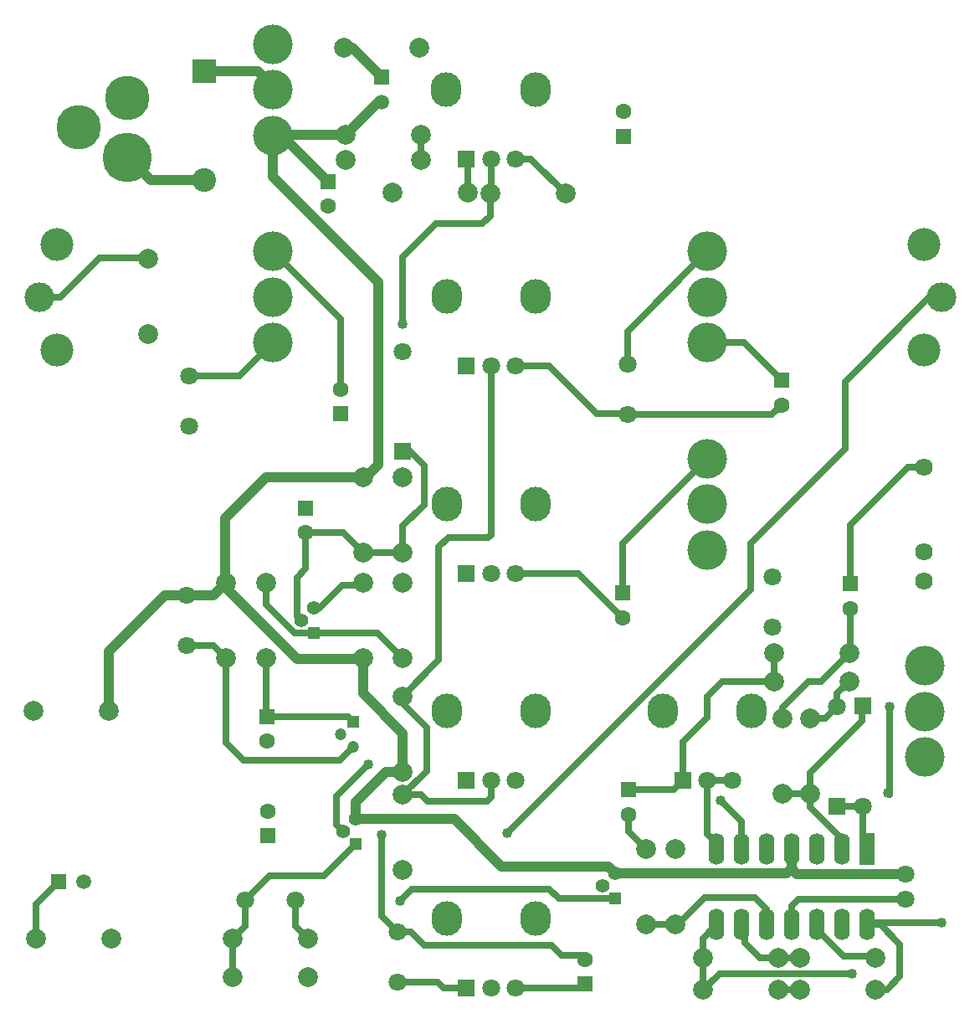
<source format=gbr>
G04 DipTrace 3.3.1.1*
G04 Top.gbr*
%MOMM*%
G04 #@! TF.FileFunction,Copper,L1,Top*
G04 #@! TF.Part,Single*
%AMOUTLINE0*
4,1,4,
-0.5657,0.5657,
0.5657,0.5657,
0.5657,-0.5657,
-0.5657,-0.5657,
-0.5657,0.5657,
0*%
G04 #@! TA.AperFunction,Conductor*
%ADD13C,0.66*%
%ADD14C,1.0*%
G04 #@! TA.AperFunction,ComponentPad*
%ADD17R,1.6X1.6*%
%ADD18C,1.6*%
%ADD19C,1.8*%
%ADD20R,2.4X2.4*%
%ADD21C,2.4*%
%ADD22R,1.8X1.8*%
%ADD23C,1.5*%
%ADD24R,1.5X1.5*%
%ADD25C,5.0*%
%ADD26C,4.5*%
%ADD27C,3.0*%
%ADD28C,3.32*%
%ADD30C,1.793*%
%ADD31C,2.0*%
%ADD32C,2.0*%
%ADD33C,1.4*%
%ADD34R,1.2X1.2*%
%ADD35C,1.2*%
%ADD36C,4.0*%
%ADD37R,1.6X3.2*%
%ADD38O,1.6X3.2*%
%ADD39O,3.1X3.5*%
G04 #@! TA.AperFunction,ViaPad*
%ADD40C,1.016*%
G04 #@! TA.AperFunction,ComponentPad*
%ADD90OUTLINE0*%
%FSLAX35Y35*%
G04*
G71*
G90*
G75*
G01*
G04 Top*
%LPD*%
X10195140Y2084590D2*
D13*
X9111450D1*
X9042320Y2015460D1*
Y1827487D1*
X3794090Y9810417D2*
D14*
X3878987D1*
Y9812313D1*
X4524103D1*
X3794090Y9810417D2*
Y9389253D1*
X4856517Y8326827D1*
Y6479460D1*
X4714620Y6337563D1*
X4701847Y6350337D1*
X2920973Y5159187D2*
X3185667D1*
X3312667Y5286187D1*
Y5237673D1*
X4031917Y4518423D1*
X4696083D1*
X4701847Y4524187D1*
Y6350337D2*
X3719890D1*
X3305537Y5935983D1*
Y5293317D1*
X3312667Y5286187D1*
X4701847Y4524187D2*
Y4167163D1*
X5105013Y3763997D1*
Y3375547D1*
X4933170D1*
X4626687Y3069063D1*
Y2895470D1*
X5624247D1*
X6100700Y2419017D1*
X7182340D1*
X7253810Y2347547D1*
X8987767D1*
X9035977Y2395757D1*
Y2583143D1*
X9042320Y2589487D1*
X10195140Y2338590D2*
X9093143D1*
X9035977Y2395757D1*
X2128437Y3989950D2*
Y4590277D1*
X2697347Y5159187D1*
X2920973D1*
X3878987Y9812313D2*
X4345017Y9345040D1*
X4524103Y9812313D2*
X4855477Y10143687D1*
X4894773D1*
X6247150Y9572610D2*
D13*
X6399343D1*
X6749793Y9222160D1*
X1431300Y8175180D2*
X1635683D1*
X2034873Y8574370D1*
X2518417D1*
X2528337Y8564450D1*
X8187740Y7714913D2*
X8554650D1*
X8935247Y7334317D1*
X5997150Y9572610D2*
Y9231517D1*
X5987793Y9222160D1*
Y8994360D1*
X5908350Y8914917D1*
X5441463D1*
X5106523Y8579977D1*
Y7899947D1*
X4122293Y5791837D2*
X4498347D1*
X4701847Y5588337D1*
X5105013D1*
Y5859940D1*
X5320710Y6075637D1*
Y6473647D1*
X5168710Y6625647D1*
X5117010D1*
X5106807Y6615443D1*
X4122293Y5791837D2*
Y5427213D1*
X4032973Y5337893D1*
Y4950147D1*
X4077933Y4905187D1*
X4204933Y4778187D2*
X4012330D1*
X3721113Y5069403D1*
Y5281510D1*
X3725790Y5286187D1*
X4204933Y4778187D2*
X4851013D1*
X5105013Y4524187D1*
X4204933Y5032187D2*
X4263210D1*
X4489783Y5258760D1*
X4674420D1*
X4701847Y5286187D1*
X5051723Y1758097D2*
X5183270D1*
X5325870Y1615497D1*
X6612343D1*
X6711303Y1516537D1*
X6909530D1*
X6949947Y1476120D1*
X4894183Y2739793D2*
Y1915637D1*
X5051723Y1758097D1*
X3725790Y4524187D2*
Y3939340D1*
X3731083Y3934047D1*
X4605953Y3883547D2*
X4555453Y3934047D1*
X3731083D1*
X2920973Y4651187D2*
X3185667D1*
X3312667Y4524187D1*
Y3671307D1*
X3493360Y3490613D1*
X4467020D1*
X4605953Y3629547D1*
X5105013Y3139820D2*
X5286550D1*
X5352927Y3073443D1*
X5956433D1*
X5997683Y3114693D1*
Y3285797D1*
X5997313Y7476940D2*
Y5771003D1*
X5969680Y5743370D1*
X5564413D1*
X5469853Y5648810D1*
Y4502387D1*
X5105013Y4137547D1*
Y4065033D1*
X5348510Y3821537D1*
Y3383317D1*
X5105013Y3139820D1*
X4499687Y2768470D2*
Y2772290D1*
X4429783Y2842193D1*
Y3127647D1*
X4751830Y3449693D1*
X3513467Y2072957D2*
Y1813913D1*
X3386467Y1686913D1*
Y1301663D1*
X3513467Y2072957D2*
Y2078460D1*
X3755877Y2320870D1*
X4306087D1*
X4626687Y2641470D1*
X4021467Y2072957D2*
Y1813913D1*
X4148467Y1686913D1*
X10559387Y8175110D2*
X10431697D1*
X9577733Y7321147D1*
Y6637793D1*
X8623000Y5683060D1*
Y5215643D1*
X6159633Y2752277D1*
X2318240Y9588517D2*
D14*
X2551427Y9355330D1*
X3100043D1*
X7330087Y5179670D2*
D13*
Y5682910D1*
X8187440Y6540263D1*
X7376927Y7493877D2*
Y7824900D1*
X8187740Y8635713D1*
X6247313Y7476940D2*
X6588280D1*
X7071030Y6994190D1*
X7368613D1*
X7376927Y6985877D1*
X8836807D1*
X8935247Y7084317D1*
X4479950Y7241957D2*
Y7949193D1*
X3793597Y8635547D1*
X2940893Y7373757D2*
X3452607D1*
X3793597Y7714747D1*
X6247713Y1190137D2*
X6913963D1*
X6949947Y1226120D1*
X5051723Y1250097D2*
X5459047D1*
X5519007Y1190137D1*
X5747713D1*
X6247513Y5380827D2*
X6878930D1*
X7330087Y4929670D1*
X3100043Y10460330D2*
D14*
X3634583D1*
X3794090Y10300823D1*
Y10270817D1*
X10381133Y6452713D2*
D13*
X10378847Y6455000D1*
X10216973D1*
X9634077Y5872103D1*
Y5274487D1*
Y5024487D2*
Y4586030D1*
X9624543Y4576497D1*
X8946603Y3910693D2*
Y4025953D1*
X9208777Y4288127D1*
X9336173D1*
X9624543Y4576497D1*
X5286103Y9812313D2*
X5285803Y9558133D1*
X9296320Y1827487D2*
Y1776013D1*
X9566967Y1505367D1*
X9877377D1*
X9886750Y1495993D1*
X10032883Y4034523D2*
Y3139343D1*
X10016127Y3156100D1*
X9225307Y3148850D2*
X8946760D1*
X8946603Y3148693D1*
X9225307Y3148850D2*
Y3014203D1*
X9512867Y2726643D1*
Y2626940D1*
X9550320Y2589487D1*
X9225307Y3148850D2*
Y3364537D1*
X9747623Y3886853D1*
Y4024307D1*
X9761063Y4037747D1*
X9500530Y3022433D2*
X9755750D1*
X9761063Y3027747D1*
Y2632743D1*
X9804320Y2589487D1*
X9225307Y3910850D2*
X9378947D1*
X9500530Y4032433D1*
Y4169643D1*
X9619767Y4288880D1*
X8862543Y4576497D2*
Y4293657D1*
X8857767Y4288880D1*
X7388423Y3192470D2*
X7843803D1*
X7937593Y3286260D1*
Y3676623D1*
X8184723Y3923753D1*
Y4133450D1*
X8334267Y4282993D1*
X8863653D1*
X8857767Y4288880D1*
X8534320Y2589487D2*
Y2873927D1*
X8321610Y3086637D1*
X7388423Y2942470D2*
Y2771983D1*
X7563443Y2596963D1*
X8280320Y2589487D2*
X8269900D1*
Y2665363D1*
X8187593Y2747670D1*
Y3286260D1*
X8437593D1*
X7563443Y1834963D2*
X7857227D1*
X7859320Y1832870D1*
X7886023D1*
X8158043Y2104890D1*
X8670677D1*
X8788320Y1987247D1*
Y1827487D1*
X8143597Y1495993D2*
Y1170040D1*
Y1495993D2*
Y1690763D1*
X8280320Y1827487D1*
X9645433Y1334220D2*
X8307777D1*
X8143597Y1170040D1*
X9124750Y1495993D2*
X8905597D1*
X8714470D1*
X8569017Y1641447D1*
Y1792790D1*
X8534320Y1827487D1*
X7253810Y2093547D2*
X6683233D1*
X6587963Y2188817D1*
X5196513D1*
X5074930Y2067233D1*
X1392850Y1682920D2*
Y2031967D1*
X1621540Y2260657D1*
X5764833Y9227550D2*
Y9554927D1*
X5747150Y9572610D1*
X4894773Y10397687D2*
D14*
X4594510Y10697950D1*
X4513773D1*
X9804320Y1827487D2*
D13*
X9933697D1*
X10135960Y1625223D1*
Y1304947D1*
X10001053Y1170040D1*
X9886750D1*
X10554310Y1850127D2*
X9826960D1*
X9804320Y1827487D1*
X8905597Y1170040D2*
X9124750D1*
D40*
X5106523Y7899947D3*
X4894183Y2739793D3*
X4751830Y3449693D3*
X6159633Y2752277D3*
X10032883Y4034523D3*
X10016127Y3156100D3*
X8321610Y3086637D3*
X9645433Y1334220D3*
X5074930Y2067233D3*
X10554310Y1850127D3*
D17*
X4122293Y6041837D3*
D18*
Y5791837D3*
D19*
X2920973Y4651187D3*
Y5159187D3*
D17*
X3731083Y3934047D3*
D18*
Y3684047D3*
D19*
X3513467Y2072957D3*
X4021467D3*
D17*
X3740363Y2726843D3*
D18*
Y2976843D3*
D19*
X7376927Y7493877D3*
Y6985877D3*
D17*
X8935247Y7334317D3*
D18*
Y7084317D3*
D17*
X4479950Y6991957D3*
D18*
Y7241957D3*
D19*
X2940893Y7373757D3*
Y6865757D3*
X8842040Y5347637D3*
Y4839637D3*
D17*
X7330087Y5179670D3*
D18*
Y4929670D3*
D17*
X6949947Y1226120D3*
D18*
Y1476120D3*
D19*
X5051723Y1758097D3*
Y1250097D3*
D17*
X4345017Y9345040D3*
D18*
Y9095040D3*
D17*
X9634077Y5274487D3*
D18*
Y5024487D3*
D17*
X7388423Y3192470D3*
D18*
Y2942470D3*
D19*
X10195140Y2084590D3*
Y2338590D3*
D17*
X7337103Y9800587D3*
D18*
Y10050587D3*
D20*
X3100043Y10460330D3*
D21*
Y9355330D3*
D22*
X5106807Y6615443D3*
D19*
Y7625443D3*
D23*
X4894773Y10143687D3*
D24*
Y10397687D3*
D22*
X9500530Y3022433D3*
D19*
Y4032433D3*
D22*
X9761063Y4037747D3*
D19*
Y3027747D3*
D23*
X1875540Y2260657D3*
D24*
X1621540D3*
D25*
X2318240Y9588517D3*
D26*
Y10188517D3*
X1828240Y9888517D3*
D27*
X1431300Y8175180D3*
D28*
X1609300Y7641680D3*
Y8708680D3*
D27*
X10559387Y8175110D3*
D28*
X10381387Y8708610D3*
Y7641610D3*
D30*
X10381133Y6452714D3*
Y5602714D3*
Y5302714D3*
D31*
X2128437Y3989950D3*
D32*
X1366437D3*
D90*
X4204933Y4778187D3*
D33*
X4077933Y4905187D3*
X4204933Y5032187D3*
D34*
X4605953Y3883547D3*
D35*
X4478953Y3756547D3*
X4605953Y3629547D3*
D90*
X4626687Y2641470D3*
D33*
X4499687Y2768470D3*
X4626687Y2895470D3*
D90*
X7253810Y2093547D3*
D33*
X7126810Y2220547D3*
X7253810Y2347547D3*
D31*
X2528337Y8564450D3*
D32*
Y7802450D3*
D31*
X4701847Y6350337D3*
D32*
Y5588337D3*
D31*
X5105013D3*
D32*
Y6350337D3*
D31*
Y4524187D3*
D32*
Y5286187D3*
D31*
X4701847Y4524187D3*
D32*
Y5286187D3*
D31*
X3312667D3*
D32*
Y4524187D3*
D31*
X3725790D3*
D32*
Y5286187D3*
D31*
X5105013Y3375547D3*
D32*
Y4137547D3*
D31*
Y3139820D3*
D32*
Y2377820D3*
D31*
X3386467Y1301663D3*
D32*
X4148467D3*
D31*
Y1686913D3*
D32*
X3386467D3*
D31*
X6749793Y9222160D3*
D32*
X5987793D3*
D31*
X5764833Y9227550D3*
D32*
X5002833D3*
D31*
X8946603Y3148693D3*
D32*
Y3910693D3*
D31*
X9886750Y1170040D3*
D32*
X9124750D3*
D31*
X1392850Y1682920D3*
D32*
X2154850D3*
D31*
X4513773Y10697950D3*
D32*
X5275773D3*
D31*
X4524103Y9812313D3*
D32*
X5286103D3*
D31*
X5285803Y9558133D3*
D32*
X4523803D3*
D31*
X9225307Y3910850D3*
D32*
Y3148850D3*
D31*
X8857767Y4288880D3*
D32*
X9619767D3*
D31*
X8862543Y4576497D3*
D32*
X9624543D3*
D31*
X7563443Y1834963D3*
D32*
Y2596963D3*
D31*
X7859320Y1832870D3*
D32*
Y2594870D3*
D31*
X9886750Y1495993D3*
D32*
X9124750D3*
D31*
X8143597D3*
D32*
X8905597D3*
D31*
Y1170040D3*
D32*
X8143597D3*
D36*
X8187740Y7714913D3*
Y8175313D3*
Y8635713D3*
X3793597Y7714747D3*
Y8175147D3*
Y8635547D3*
X8187440Y5619463D3*
Y6079863D3*
Y6540263D3*
X3794090Y10731217D3*
Y10270817D3*
Y9810417D3*
X10382553Y4444477D3*
Y3984077D3*
Y3523677D3*
D37*
X9804320Y2589487D3*
D38*
X9550320D3*
X9296320D3*
X9042320D3*
X8788320D3*
X8534320D3*
X8280320D3*
Y1827487D3*
X8534320D3*
X8788320D3*
X9042320D3*
X9296320D3*
X9550320D3*
X9804320D3*
D22*
X5747150Y9572610D3*
D39*
X5547150Y10272610D3*
D19*
X5997150Y9572610D3*
D39*
X6447150Y10272610D3*
D19*
X6247150Y9572610D3*
D22*
X5747313Y7476940D3*
D39*
X5547313Y8176940D3*
D19*
X5997313Y7476940D3*
D39*
X6447313Y8176940D3*
D19*
X6247313Y7476940D3*
D22*
X5747513Y5380827D3*
D39*
X5547513Y6080827D3*
D19*
X5997513Y5380827D3*
D39*
X6447513Y6080827D3*
D19*
X6247513Y5380827D3*
D22*
X5747683Y3285797D3*
D39*
X5547683Y3985797D3*
D19*
X5997683Y3285797D3*
D39*
X6447683Y3985797D3*
D19*
X6247683Y3285797D3*
D22*
X5747713Y1190137D3*
D39*
X5547713Y1890137D3*
D19*
X5997713Y1190137D3*
D39*
X6447713Y1890137D3*
D19*
X6247713Y1190137D3*
D22*
X7937593Y3286260D3*
D39*
X7737593Y3986260D3*
D19*
X8187593Y3286260D3*
D39*
X8637593Y3986260D3*
D19*
X8437593Y3286260D3*
M02*

</source>
